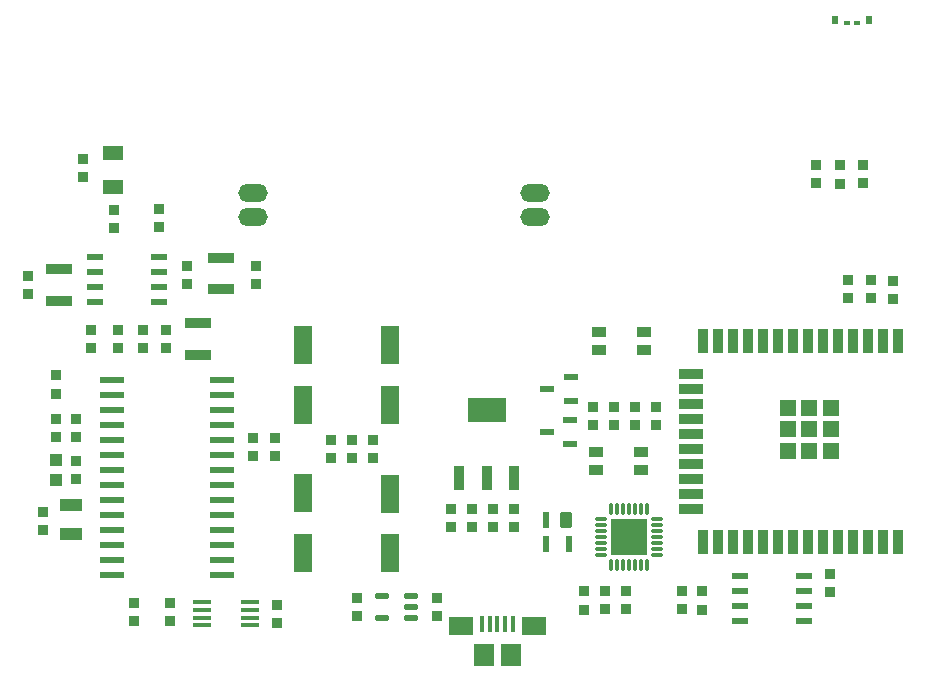
<source format=gtp>
G04*
G04 #@! TF.GenerationSoftware,Altium Limited,Altium Designer,21.9.2 (33)*
G04*
G04 Layer_Color=8421504*
%FSLAX25Y25*%
%MOIN*%
G70*
G04*
G04 #@! TF.SameCoordinates,E153DD42-8A7D-485B-B93F-EA924BBF0D18*
G04*
G04*
G04 #@! TF.FilePolarity,Positive*
G04*
G01*
G75*
%ADD21R,0.09055X0.03543*%
%ADD22R,0.02165X0.01339*%
%ADD23R,0.02165X0.03071*%
%ADD24O,0.09843X0.05906*%
%ADD25R,0.06890X0.07480*%
%ADD26R,0.01575X0.05512*%
%ADD27R,0.08268X0.06299*%
%ADD28R,0.12795X0.08465*%
%ADD29R,0.03740X0.08465*%
%ADD30R,0.03740X0.03543*%
%ADD31R,0.03937X0.04331*%
%ADD32R,0.03543X0.07874*%
%ADD33R,0.07874X0.03543*%
%ADD34R,0.05236X0.05236*%
%ADD35R,0.06299X0.12598*%
G04:AMPARAMS|DCode=36|XSize=10.24mil|YSize=38.19mil|CornerRadius=2.56mil|HoleSize=0mil|Usage=FLASHONLY|Rotation=270.000|XOffset=0mil|YOffset=0mil|HoleType=Round|Shape=RoundedRectangle|*
%AMROUNDEDRECTD36*
21,1,0.01024,0.03307,0,0,270.0*
21,1,0.00512,0.03819,0,0,270.0*
1,1,0.00512,-0.01654,-0.00256*
1,1,0.00512,-0.01654,0.00256*
1,1,0.00512,0.01654,0.00256*
1,1,0.00512,0.01654,-0.00256*
%
%ADD36ROUNDEDRECTD36*%
G04:AMPARAMS|DCode=37|XSize=10.24mil|YSize=38.19mil|CornerRadius=2.56mil|HoleSize=0mil|Usage=FLASHONLY|Rotation=0.000|XOffset=0mil|YOffset=0mil|HoleType=Round|Shape=RoundedRectangle|*
%AMROUNDEDRECTD37*
21,1,0.01024,0.03307,0,0,0.0*
21,1,0.00512,0.03819,0,0,0.0*
1,1,0.00512,0.00256,-0.01654*
1,1,0.00512,-0.00256,-0.01654*
1,1,0.00512,-0.00256,0.01654*
1,1,0.00512,0.00256,0.01654*
%
%ADD37ROUNDEDRECTD37*%
%ADD38R,0.12402X0.12402*%
G04:AMPARAMS|DCode=39|XSize=47.64mil|YSize=23.23mil|CornerRadius=5.81mil|HoleSize=0mil|Usage=FLASHONLY|Rotation=180.000|XOffset=0mil|YOffset=0mil|HoleType=Round|Shape=RoundedRectangle|*
%AMROUNDEDRECTD39*
21,1,0.04764,0.01161,0,0,180.0*
21,1,0.03602,0.02323,0,0,180.0*
1,1,0.01161,-0.01801,0.00581*
1,1,0.01161,0.01801,0.00581*
1,1,0.01161,0.01801,-0.00581*
1,1,0.01161,-0.01801,-0.00581*
%
%ADD39ROUNDEDRECTD39*%
G04:AMPARAMS|DCode=40|XSize=80.71mil|YSize=23.23mil|CornerRadius=2.9mil|HoleSize=0mil|Usage=FLASHONLY|Rotation=0.000|XOffset=0mil|YOffset=0mil|HoleType=Round|Shape=RoundedRectangle|*
%AMROUNDEDRECTD40*
21,1,0.08071,0.01742,0,0,0.0*
21,1,0.07490,0.02323,0,0,0.0*
1,1,0.00581,0.03745,-0.00871*
1,1,0.00581,-0.03745,-0.00871*
1,1,0.00581,-0.03745,0.00871*
1,1,0.00581,0.03745,0.00871*
%
%ADD40ROUNDEDRECTD40*%
%ADD41R,0.04921X0.03543*%
%ADD42R,0.05800X0.02200*%
G04:AMPARAMS|DCode=43|XSize=49.61mil|YSize=23.23mil|CornerRadius=2.9mil|HoleSize=0mil|Usage=FLASHONLY|Rotation=180.000|XOffset=0mil|YOffset=0mil|HoleType=Round|Shape=RoundedRectangle|*
%AMROUNDEDRECTD43*
21,1,0.04961,0.01742,0,0,180.0*
21,1,0.04380,0.02323,0,0,180.0*
1,1,0.00581,-0.02190,0.00871*
1,1,0.00581,0.02190,0.00871*
1,1,0.00581,0.02190,-0.00871*
1,1,0.00581,-0.02190,-0.00871*
%
%ADD43ROUNDEDRECTD43*%
G04:AMPARAMS|DCode=44|XSize=38.98mil|YSize=51.18mil|CornerRadius=2.92mil|HoleSize=0mil|Usage=FLASHONLY|Rotation=180.000|XOffset=0mil|YOffset=0mil|HoleType=Round|Shape=RoundedRectangle|*
%AMROUNDEDRECTD44*
21,1,0.03898,0.04534,0,0,180.0*
21,1,0.03313,0.05118,0,0,180.0*
1,1,0.00585,-0.01657,0.02267*
1,1,0.00585,0.01657,0.02267*
1,1,0.00585,0.01657,-0.02267*
1,1,0.00585,-0.01657,-0.02267*
%
%ADD44ROUNDEDRECTD44*%
G04:AMPARAMS|DCode=45|XSize=23.23mil|YSize=51.18mil|CornerRadius=1.74mil|HoleSize=0mil|Usage=FLASHONLY|Rotation=180.000|XOffset=0mil|YOffset=0mil|HoleType=Round|Shape=RoundedRectangle|*
%AMROUNDEDRECTD45*
21,1,0.02323,0.04770,0,0,180.0*
21,1,0.01974,0.05118,0,0,180.0*
1,1,0.00348,-0.00987,0.02385*
1,1,0.00348,0.00987,0.02385*
1,1,0.00348,0.00987,-0.02385*
1,1,0.00348,-0.00987,-0.02385*
%
%ADD45ROUNDEDRECTD45*%
%ADD46R,0.07165X0.04764*%
%ADD47R,0.07480X0.04331*%
%ADD48R,0.06000X0.01800*%
G36*
X237394Y56599D02*
X229599D01*
Y64394D01*
X237394D01*
Y56599D01*
D02*
G37*
D21*
X97400Y143085D02*
D03*
Y153715D02*
D03*
X89926Y131815D02*
D03*
Y121185D02*
D03*
X43500Y139185D02*
D03*
Y149815D02*
D03*
D22*
X309350Y231929D02*
D03*
X306004D02*
D03*
D23*
X313287Y232795D02*
D03*
X302067D02*
D03*
D24*
X108000Y175075D02*
D03*
Y167201D02*
D03*
X202200Y175075D02*
D03*
Y167201D02*
D03*
D25*
X193996Y21063D02*
D03*
X185138D02*
D03*
D26*
X184449Y31496D02*
D03*
X194685D02*
D03*
X189567D02*
D03*
X192126D02*
D03*
X187008D02*
D03*
D27*
X201772Y31004D02*
D03*
X177362D02*
D03*
D28*
X186000Y102917D02*
D03*
D29*
Y80083D02*
D03*
X176945D02*
D03*
X195055D02*
D03*
D30*
X295800Y178549D02*
D03*
Y184651D02*
D03*
X303800Y178349D02*
D03*
Y184451D02*
D03*
X311400Y178549D02*
D03*
Y184651D02*
D03*
X306600Y140149D02*
D03*
Y146251D02*
D03*
X142900Y40351D02*
D03*
Y34249D02*
D03*
X300600Y48251D02*
D03*
Y42149D02*
D03*
X115400Y87549D02*
D03*
Y93651D02*
D03*
X218578Y36358D02*
D03*
Y42461D02*
D03*
X225500Y36449D02*
D03*
Y42551D02*
D03*
X251000Y36449D02*
D03*
Y42551D02*
D03*
X314200Y146251D02*
D03*
Y140149D02*
D03*
X321600Y146051D02*
D03*
Y139949D02*
D03*
X188200Y69851D02*
D03*
Y63749D02*
D03*
X174200Y69851D02*
D03*
Y63749D02*
D03*
X116000Y31949D02*
D03*
Y38051D02*
D03*
X38078Y62858D02*
D03*
Y68961D02*
D03*
X49078Y93858D02*
D03*
Y99961D02*
D03*
Y79858D02*
D03*
Y85961D02*
D03*
X169400Y40351D02*
D03*
Y34249D02*
D03*
X71526Y123449D02*
D03*
Y129551D02*
D03*
X42578Y108358D02*
D03*
Y114461D02*
D03*
X76800Y169851D02*
D03*
Y163749D02*
D03*
X80500Y38551D02*
D03*
Y32449D02*
D03*
X68500Y38551D02*
D03*
Y32449D02*
D03*
X232500Y36449D02*
D03*
Y42551D02*
D03*
X257800Y36349D02*
D03*
Y42451D02*
D03*
X235500Y104051D02*
D03*
Y97949D02*
D03*
X221500D02*
D03*
Y104051D02*
D03*
X228500D02*
D03*
Y97949D02*
D03*
X195200Y63749D02*
D03*
Y69851D02*
D03*
X181200Y63749D02*
D03*
Y69851D02*
D03*
X242500Y97949D02*
D03*
Y104051D02*
D03*
X148200Y86949D02*
D03*
Y93051D02*
D03*
X141000Y86949D02*
D03*
Y93051D02*
D03*
X134000Y86949D02*
D03*
Y93051D02*
D03*
X42578Y99961D02*
D03*
Y93858D02*
D03*
X108200Y87549D02*
D03*
Y93651D02*
D03*
X51300Y180398D02*
D03*
Y186500D02*
D03*
X109000Y144949D02*
D03*
Y151051D02*
D03*
X79126Y123449D02*
D03*
Y129551D02*
D03*
X33000Y141449D02*
D03*
Y147551D02*
D03*
X61800Y163449D02*
D03*
Y169551D02*
D03*
X86000Y144949D02*
D03*
Y151051D02*
D03*
X63126Y129551D02*
D03*
Y123449D02*
D03*
X54126Y129551D02*
D03*
Y123449D02*
D03*
D31*
X42578Y79563D02*
D03*
Y86256D02*
D03*
D32*
X323071Y125984D02*
D03*
X318071D02*
D03*
X313071D02*
D03*
X308071D02*
D03*
X303071D02*
D03*
X298071D02*
D03*
X293071D02*
D03*
X288071D02*
D03*
X283071D02*
D03*
X278071D02*
D03*
X273071D02*
D03*
X268071D02*
D03*
X263071D02*
D03*
X258071D02*
D03*
Y59055D02*
D03*
X263071D02*
D03*
X268071D02*
D03*
X273071D02*
D03*
X278071D02*
D03*
X283071D02*
D03*
X288071D02*
D03*
X293071D02*
D03*
X298071D02*
D03*
X303071D02*
D03*
X308071D02*
D03*
X313071D02*
D03*
X318071D02*
D03*
X323071D02*
D03*
D33*
X254134Y115020D02*
D03*
Y110020D02*
D03*
Y105020D02*
D03*
Y100020D02*
D03*
Y95020D02*
D03*
Y90020D02*
D03*
Y85020D02*
D03*
Y80020D02*
D03*
Y75020D02*
D03*
Y70020D02*
D03*
D34*
X300768Y103681D02*
D03*
Y96457D02*
D03*
Y89232D02*
D03*
X293543Y103681D02*
D03*
Y96457D02*
D03*
Y89232D02*
D03*
X286319Y103681D02*
D03*
Y96457D02*
D03*
Y89232D02*
D03*
D35*
X153800Y74927D02*
D03*
Y55073D02*
D03*
X124700Y55273D02*
D03*
Y75127D02*
D03*
X153800Y124527D02*
D03*
Y104673D02*
D03*
X124800Y124527D02*
D03*
Y104673D02*
D03*
D36*
X224169Y54594D02*
D03*
Y56563D02*
D03*
Y58531D02*
D03*
Y62468D02*
D03*
Y66405D02*
D03*
Y60500D02*
D03*
Y64437D02*
D03*
X242831Y54594D02*
D03*
Y56563D02*
D03*
Y62468D02*
D03*
Y58531D02*
D03*
Y60500D02*
D03*
Y64437D02*
D03*
Y66405D02*
D03*
D37*
X229563Y51169D02*
D03*
X227594D02*
D03*
X229563Y69831D02*
D03*
X227594D02*
D03*
X231532Y51169D02*
D03*
X235469D02*
D03*
X233500D02*
D03*
X239405D02*
D03*
X237437D02*
D03*
Y69831D02*
D03*
X239405D02*
D03*
X231532D02*
D03*
X235469D02*
D03*
X233500D02*
D03*
D38*
Y60500D02*
D03*
D39*
X160841Y41040D02*
D03*
Y37300D02*
D03*
Y33560D02*
D03*
X150959Y41040D02*
D03*
Y33560D02*
D03*
D40*
X61251Y52909D02*
D03*
Y47909D02*
D03*
Y57909D02*
D03*
Y72909D02*
D03*
Y62909D02*
D03*
Y67909D02*
D03*
Y77909D02*
D03*
Y92909D02*
D03*
Y82909D02*
D03*
Y97909D02*
D03*
Y102909D02*
D03*
Y87909D02*
D03*
Y107909D02*
D03*
Y112909D02*
D03*
X97905Y47909D02*
D03*
Y57909D02*
D03*
Y52909D02*
D03*
Y62909D02*
D03*
Y67909D02*
D03*
Y107909D02*
D03*
Y102909D02*
D03*
Y112909D02*
D03*
Y82909D02*
D03*
Y72909D02*
D03*
Y77909D02*
D03*
Y97909D02*
D03*
Y87909D02*
D03*
Y92909D02*
D03*
D41*
X222421Y83047D02*
D03*
Y88953D02*
D03*
X237579D02*
D03*
Y83047D02*
D03*
X238579Y123047D02*
D03*
Y128953D02*
D03*
X223421D02*
D03*
Y123047D02*
D03*
D42*
X270370Y32500D02*
D03*
Y37500D02*
D03*
Y42500D02*
D03*
Y47500D02*
D03*
X291630Y32500D02*
D03*
Y37500D02*
D03*
Y42500D02*
D03*
Y47500D02*
D03*
X76630Y154000D02*
D03*
Y149000D02*
D03*
Y144000D02*
D03*
Y139000D02*
D03*
X55370Y154000D02*
D03*
Y149000D02*
D03*
Y144000D02*
D03*
Y139000D02*
D03*
D43*
X213858Y99437D02*
D03*
Y91563D02*
D03*
X206142Y95500D02*
D03*
X206283Y109937D02*
D03*
X214000Y113874D02*
D03*
Y106000D02*
D03*
D44*
X212592Y66235D02*
D03*
D45*
X205820D02*
D03*
Y58165D02*
D03*
X213380D02*
D03*
D46*
X61600Y177291D02*
D03*
Y188709D02*
D03*
D47*
X47578Y61488D02*
D03*
Y71331D02*
D03*
D48*
X107000Y38800D02*
D03*
Y36300D02*
D03*
Y33700D02*
D03*
Y31200D02*
D03*
X91000D02*
D03*
Y33700D02*
D03*
Y36300D02*
D03*
Y38800D02*
D03*
M02*

</source>
